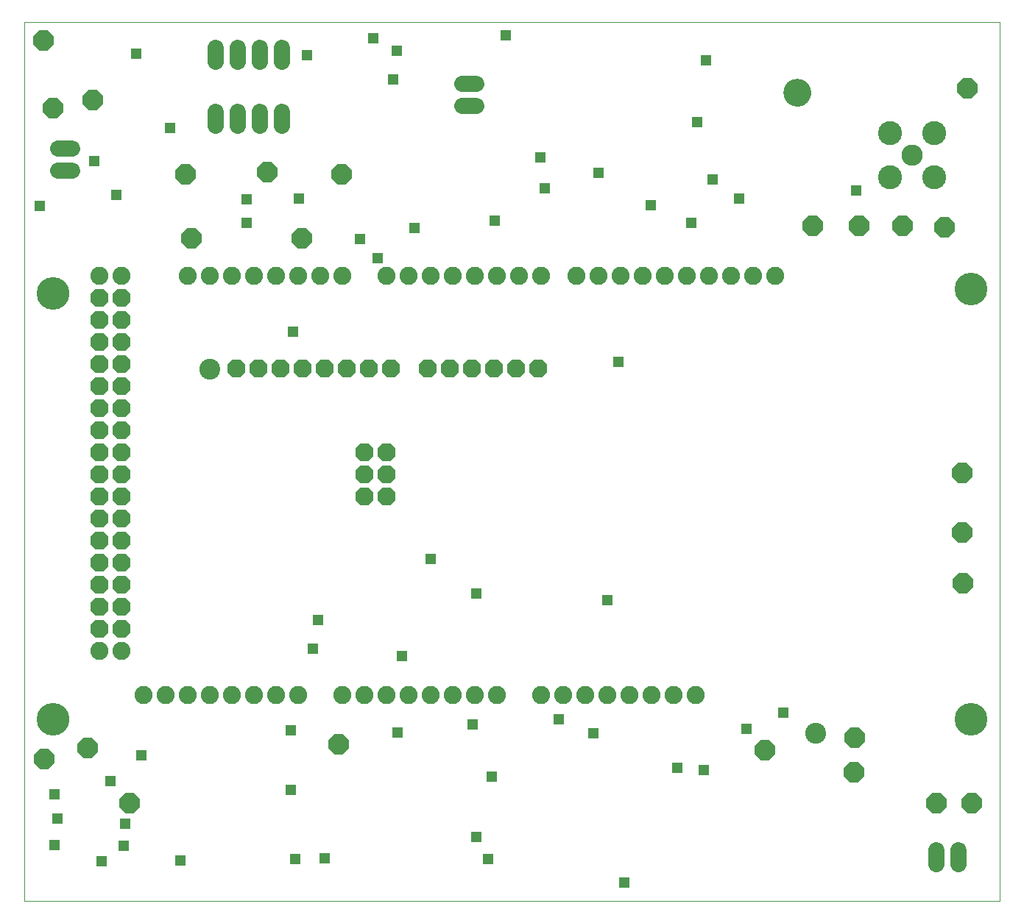
<source format=gbs>
G75*
%MOIN*%
%OFA0B0*%
%FSLAX25Y25*%
%IPPOS*%
%LPD*%
%AMOC8*
5,1,8,0,0,1.08239X$1,22.5*
%
%ADD10C,0.00000*%
%ADD11C,0.14800*%
%ADD12OC8,0.09300*%
%ADD13C,0.08200*%
%ADD14OC8,0.08200*%
%ADD15C,0.09461*%
%ADD16C,0.12611*%
%ADD17C,0.09650*%
%ADD18C,0.10850*%
%ADD19C,0.07200*%
%ADD20R,0.04762X0.04762*%
D10*
X0006800Y0006896D02*
X0006800Y0405396D01*
X0448300Y0405396D01*
X0448300Y0006896D01*
X0006800Y0006896D01*
X0012800Y0089396D02*
X0012802Y0089568D01*
X0012808Y0089739D01*
X0012819Y0089911D01*
X0012834Y0090082D01*
X0012853Y0090253D01*
X0012876Y0090423D01*
X0012903Y0090593D01*
X0012935Y0090762D01*
X0012970Y0090930D01*
X0013010Y0091097D01*
X0013054Y0091263D01*
X0013101Y0091428D01*
X0013153Y0091592D01*
X0013209Y0091754D01*
X0013269Y0091915D01*
X0013333Y0092075D01*
X0013401Y0092233D01*
X0013472Y0092389D01*
X0013547Y0092543D01*
X0013627Y0092696D01*
X0013709Y0092846D01*
X0013796Y0092995D01*
X0013886Y0093141D01*
X0013980Y0093285D01*
X0014077Y0093427D01*
X0014178Y0093566D01*
X0014282Y0093703D01*
X0014389Y0093837D01*
X0014500Y0093968D01*
X0014613Y0094097D01*
X0014730Y0094223D01*
X0014850Y0094346D01*
X0014973Y0094466D01*
X0015099Y0094583D01*
X0015228Y0094696D01*
X0015359Y0094807D01*
X0015493Y0094914D01*
X0015630Y0095018D01*
X0015769Y0095119D01*
X0015911Y0095216D01*
X0016055Y0095310D01*
X0016201Y0095400D01*
X0016350Y0095487D01*
X0016500Y0095569D01*
X0016653Y0095649D01*
X0016807Y0095724D01*
X0016963Y0095795D01*
X0017121Y0095863D01*
X0017281Y0095927D01*
X0017442Y0095987D01*
X0017604Y0096043D01*
X0017768Y0096095D01*
X0017933Y0096142D01*
X0018099Y0096186D01*
X0018266Y0096226D01*
X0018434Y0096261D01*
X0018603Y0096293D01*
X0018773Y0096320D01*
X0018943Y0096343D01*
X0019114Y0096362D01*
X0019285Y0096377D01*
X0019457Y0096388D01*
X0019628Y0096394D01*
X0019800Y0096396D01*
X0019972Y0096394D01*
X0020143Y0096388D01*
X0020315Y0096377D01*
X0020486Y0096362D01*
X0020657Y0096343D01*
X0020827Y0096320D01*
X0020997Y0096293D01*
X0021166Y0096261D01*
X0021334Y0096226D01*
X0021501Y0096186D01*
X0021667Y0096142D01*
X0021832Y0096095D01*
X0021996Y0096043D01*
X0022158Y0095987D01*
X0022319Y0095927D01*
X0022479Y0095863D01*
X0022637Y0095795D01*
X0022793Y0095724D01*
X0022947Y0095649D01*
X0023100Y0095569D01*
X0023250Y0095487D01*
X0023399Y0095400D01*
X0023545Y0095310D01*
X0023689Y0095216D01*
X0023831Y0095119D01*
X0023970Y0095018D01*
X0024107Y0094914D01*
X0024241Y0094807D01*
X0024372Y0094696D01*
X0024501Y0094583D01*
X0024627Y0094466D01*
X0024750Y0094346D01*
X0024870Y0094223D01*
X0024987Y0094097D01*
X0025100Y0093968D01*
X0025211Y0093837D01*
X0025318Y0093703D01*
X0025422Y0093566D01*
X0025523Y0093427D01*
X0025620Y0093285D01*
X0025714Y0093141D01*
X0025804Y0092995D01*
X0025891Y0092846D01*
X0025973Y0092696D01*
X0026053Y0092543D01*
X0026128Y0092389D01*
X0026199Y0092233D01*
X0026267Y0092075D01*
X0026331Y0091915D01*
X0026391Y0091754D01*
X0026447Y0091592D01*
X0026499Y0091428D01*
X0026546Y0091263D01*
X0026590Y0091097D01*
X0026630Y0090930D01*
X0026665Y0090762D01*
X0026697Y0090593D01*
X0026724Y0090423D01*
X0026747Y0090253D01*
X0026766Y0090082D01*
X0026781Y0089911D01*
X0026792Y0089739D01*
X0026798Y0089568D01*
X0026800Y0089396D01*
X0026798Y0089224D01*
X0026792Y0089053D01*
X0026781Y0088881D01*
X0026766Y0088710D01*
X0026747Y0088539D01*
X0026724Y0088369D01*
X0026697Y0088199D01*
X0026665Y0088030D01*
X0026630Y0087862D01*
X0026590Y0087695D01*
X0026546Y0087529D01*
X0026499Y0087364D01*
X0026447Y0087200D01*
X0026391Y0087038D01*
X0026331Y0086877D01*
X0026267Y0086717D01*
X0026199Y0086559D01*
X0026128Y0086403D01*
X0026053Y0086249D01*
X0025973Y0086096D01*
X0025891Y0085946D01*
X0025804Y0085797D01*
X0025714Y0085651D01*
X0025620Y0085507D01*
X0025523Y0085365D01*
X0025422Y0085226D01*
X0025318Y0085089D01*
X0025211Y0084955D01*
X0025100Y0084824D01*
X0024987Y0084695D01*
X0024870Y0084569D01*
X0024750Y0084446D01*
X0024627Y0084326D01*
X0024501Y0084209D01*
X0024372Y0084096D01*
X0024241Y0083985D01*
X0024107Y0083878D01*
X0023970Y0083774D01*
X0023831Y0083673D01*
X0023689Y0083576D01*
X0023545Y0083482D01*
X0023399Y0083392D01*
X0023250Y0083305D01*
X0023100Y0083223D01*
X0022947Y0083143D01*
X0022793Y0083068D01*
X0022637Y0082997D01*
X0022479Y0082929D01*
X0022319Y0082865D01*
X0022158Y0082805D01*
X0021996Y0082749D01*
X0021832Y0082697D01*
X0021667Y0082650D01*
X0021501Y0082606D01*
X0021334Y0082566D01*
X0021166Y0082531D01*
X0020997Y0082499D01*
X0020827Y0082472D01*
X0020657Y0082449D01*
X0020486Y0082430D01*
X0020315Y0082415D01*
X0020143Y0082404D01*
X0019972Y0082398D01*
X0019800Y0082396D01*
X0019628Y0082398D01*
X0019457Y0082404D01*
X0019285Y0082415D01*
X0019114Y0082430D01*
X0018943Y0082449D01*
X0018773Y0082472D01*
X0018603Y0082499D01*
X0018434Y0082531D01*
X0018266Y0082566D01*
X0018099Y0082606D01*
X0017933Y0082650D01*
X0017768Y0082697D01*
X0017604Y0082749D01*
X0017442Y0082805D01*
X0017281Y0082865D01*
X0017121Y0082929D01*
X0016963Y0082997D01*
X0016807Y0083068D01*
X0016653Y0083143D01*
X0016500Y0083223D01*
X0016350Y0083305D01*
X0016201Y0083392D01*
X0016055Y0083482D01*
X0015911Y0083576D01*
X0015769Y0083673D01*
X0015630Y0083774D01*
X0015493Y0083878D01*
X0015359Y0083985D01*
X0015228Y0084096D01*
X0015099Y0084209D01*
X0014973Y0084326D01*
X0014850Y0084446D01*
X0014730Y0084569D01*
X0014613Y0084695D01*
X0014500Y0084824D01*
X0014389Y0084955D01*
X0014282Y0085089D01*
X0014178Y0085226D01*
X0014077Y0085365D01*
X0013980Y0085507D01*
X0013886Y0085651D01*
X0013796Y0085797D01*
X0013709Y0085946D01*
X0013627Y0086096D01*
X0013547Y0086249D01*
X0013472Y0086403D01*
X0013401Y0086559D01*
X0013333Y0086717D01*
X0013269Y0086877D01*
X0013209Y0087038D01*
X0013153Y0087200D01*
X0013101Y0087364D01*
X0013054Y0087529D01*
X0013010Y0087695D01*
X0012970Y0087862D01*
X0012935Y0088030D01*
X0012903Y0088199D01*
X0012876Y0088369D01*
X0012853Y0088539D01*
X0012834Y0088710D01*
X0012819Y0088881D01*
X0012808Y0089053D01*
X0012802Y0089224D01*
X0012800Y0089396D01*
X0086312Y0247916D02*
X0086314Y0248047D01*
X0086320Y0248179D01*
X0086330Y0248310D01*
X0086344Y0248441D01*
X0086362Y0248571D01*
X0086384Y0248700D01*
X0086409Y0248829D01*
X0086439Y0248957D01*
X0086473Y0249084D01*
X0086510Y0249211D01*
X0086551Y0249335D01*
X0086596Y0249459D01*
X0086645Y0249581D01*
X0086697Y0249702D01*
X0086753Y0249820D01*
X0086813Y0249938D01*
X0086876Y0250053D01*
X0086943Y0250166D01*
X0087013Y0250278D01*
X0087086Y0250387D01*
X0087162Y0250493D01*
X0087242Y0250598D01*
X0087325Y0250700D01*
X0087411Y0250799D01*
X0087500Y0250896D01*
X0087592Y0250990D01*
X0087687Y0251081D01*
X0087784Y0251170D01*
X0087884Y0251255D01*
X0087987Y0251337D01*
X0088092Y0251416D01*
X0088199Y0251492D01*
X0088309Y0251564D01*
X0088421Y0251633D01*
X0088535Y0251699D01*
X0088650Y0251761D01*
X0088768Y0251820D01*
X0088887Y0251875D01*
X0089008Y0251927D01*
X0089131Y0251974D01*
X0089255Y0252018D01*
X0089380Y0252059D01*
X0089506Y0252095D01*
X0089634Y0252128D01*
X0089762Y0252156D01*
X0089891Y0252181D01*
X0090021Y0252202D01*
X0090151Y0252219D01*
X0090282Y0252232D01*
X0090413Y0252241D01*
X0090544Y0252246D01*
X0090676Y0252247D01*
X0090807Y0252244D01*
X0090939Y0252237D01*
X0091070Y0252226D01*
X0091200Y0252211D01*
X0091330Y0252192D01*
X0091460Y0252169D01*
X0091588Y0252143D01*
X0091716Y0252112D01*
X0091843Y0252077D01*
X0091969Y0252039D01*
X0092093Y0251997D01*
X0092217Y0251951D01*
X0092338Y0251901D01*
X0092458Y0251848D01*
X0092577Y0251791D01*
X0092694Y0251731D01*
X0092808Y0251667D01*
X0092921Y0251599D01*
X0093032Y0251528D01*
X0093141Y0251454D01*
X0093247Y0251377D01*
X0093351Y0251296D01*
X0093452Y0251213D01*
X0093551Y0251126D01*
X0093647Y0251036D01*
X0093740Y0250943D01*
X0093831Y0250848D01*
X0093918Y0250750D01*
X0094003Y0250649D01*
X0094084Y0250546D01*
X0094162Y0250440D01*
X0094237Y0250332D01*
X0094309Y0250222D01*
X0094377Y0250110D01*
X0094442Y0249996D01*
X0094503Y0249879D01*
X0094561Y0249761D01*
X0094615Y0249641D01*
X0094666Y0249520D01*
X0094713Y0249397D01*
X0094756Y0249273D01*
X0094795Y0249148D01*
X0094831Y0249021D01*
X0094862Y0248893D01*
X0094890Y0248765D01*
X0094914Y0248636D01*
X0094934Y0248506D01*
X0094950Y0248375D01*
X0094962Y0248244D01*
X0094970Y0248113D01*
X0094974Y0247982D01*
X0094974Y0247850D01*
X0094970Y0247719D01*
X0094962Y0247588D01*
X0094950Y0247457D01*
X0094934Y0247326D01*
X0094914Y0247196D01*
X0094890Y0247067D01*
X0094862Y0246939D01*
X0094831Y0246811D01*
X0094795Y0246684D01*
X0094756Y0246559D01*
X0094713Y0246435D01*
X0094666Y0246312D01*
X0094615Y0246191D01*
X0094561Y0246071D01*
X0094503Y0245953D01*
X0094442Y0245836D01*
X0094377Y0245722D01*
X0094309Y0245610D01*
X0094237Y0245500D01*
X0094162Y0245392D01*
X0094084Y0245286D01*
X0094003Y0245183D01*
X0093918Y0245082D01*
X0093831Y0244984D01*
X0093740Y0244889D01*
X0093647Y0244796D01*
X0093551Y0244706D01*
X0093452Y0244619D01*
X0093351Y0244536D01*
X0093247Y0244455D01*
X0093141Y0244378D01*
X0093032Y0244304D01*
X0092921Y0244233D01*
X0092809Y0244165D01*
X0092694Y0244101D01*
X0092577Y0244041D01*
X0092458Y0243984D01*
X0092338Y0243931D01*
X0092217Y0243881D01*
X0092093Y0243835D01*
X0091969Y0243793D01*
X0091843Y0243755D01*
X0091716Y0243720D01*
X0091588Y0243689D01*
X0091460Y0243663D01*
X0091330Y0243640D01*
X0091200Y0243621D01*
X0091070Y0243606D01*
X0090939Y0243595D01*
X0090807Y0243588D01*
X0090676Y0243585D01*
X0090544Y0243586D01*
X0090413Y0243591D01*
X0090282Y0243600D01*
X0090151Y0243613D01*
X0090021Y0243630D01*
X0089891Y0243651D01*
X0089762Y0243676D01*
X0089634Y0243704D01*
X0089506Y0243737D01*
X0089380Y0243773D01*
X0089255Y0243814D01*
X0089131Y0243858D01*
X0089008Y0243905D01*
X0088887Y0243957D01*
X0088768Y0244012D01*
X0088650Y0244071D01*
X0088535Y0244133D01*
X0088421Y0244199D01*
X0088309Y0244268D01*
X0088199Y0244340D01*
X0088092Y0244416D01*
X0087987Y0244495D01*
X0087884Y0244577D01*
X0087784Y0244662D01*
X0087687Y0244751D01*
X0087592Y0244842D01*
X0087500Y0244936D01*
X0087411Y0245033D01*
X0087325Y0245132D01*
X0087242Y0245234D01*
X0087162Y0245339D01*
X0087086Y0245445D01*
X0087013Y0245554D01*
X0086943Y0245666D01*
X0086876Y0245779D01*
X0086813Y0245894D01*
X0086753Y0246012D01*
X0086697Y0246130D01*
X0086645Y0246251D01*
X0086596Y0246373D01*
X0086551Y0246497D01*
X0086510Y0246621D01*
X0086473Y0246748D01*
X0086439Y0246875D01*
X0086409Y0247003D01*
X0086384Y0247132D01*
X0086362Y0247261D01*
X0086344Y0247391D01*
X0086330Y0247522D01*
X0086320Y0247653D01*
X0086314Y0247785D01*
X0086312Y0247916D01*
X0012800Y0282396D02*
X0012802Y0282568D01*
X0012808Y0282739D01*
X0012819Y0282911D01*
X0012834Y0283082D01*
X0012853Y0283253D01*
X0012876Y0283423D01*
X0012903Y0283593D01*
X0012935Y0283762D01*
X0012970Y0283930D01*
X0013010Y0284097D01*
X0013054Y0284263D01*
X0013101Y0284428D01*
X0013153Y0284592D01*
X0013209Y0284754D01*
X0013269Y0284915D01*
X0013333Y0285075D01*
X0013401Y0285233D01*
X0013472Y0285389D01*
X0013547Y0285543D01*
X0013627Y0285696D01*
X0013709Y0285846D01*
X0013796Y0285995D01*
X0013886Y0286141D01*
X0013980Y0286285D01*
X0014077Y0286427D01*
X0014178Y0286566D01*
X0014282Y0286703D01*
X0014389Y0286837D01*
X0014500Y0286968D01*
X0014613Y0287097D01*
X0014730Y0287223D01*
X0014850Y0287346D01*
X0014973Y0287466D01*
X0015099Y0287583D01*
X0015228Y0287696D01*
X0015359Y0287807D01*
X0015493Y0287914D01*
X0015630Y0288018D01*
X0015769Y0288119D01*
X0015911Y0288216D01*
X0016055Y0288310D01*
X0016201Y0288400D01*
X0016350Y0288487D01*
X0016500Y0288569D01*
X0016653Y0288649D01*
X0016807Y0288724D01*
X0016963Y0288795D01*
X0017121Y0288863D01*
X0017281Y0288927D01*
X0017442Y0288987D01*
X0017604Y0289043D01*
X0017768Y0289095D01*
X0017933Y0289142D01*
X0018099Y0289186D01*
X0018266Y0289226D01*
X0018434Y0289261D01*
X0018603Y0289293D01*
X0018773Y0289320D01*
X0018943Y0289343D01*
X0019114Y0289362D01*
X0019285Y0289377D01*
X0019457Y0289388D01*
X0019628Y0289394D01*
X0019800Y0289396D01*
X0019972Y0289394D01*
X0020143Y0289388D01*
X0020315Y0289377D01*
X0020486Y0289362D01*
X0020657Y0289343D01*
X0020827Y0289320D01*
X0020997Y0289293D01*
X0021166Y0289261D01*
X0021334Y0289226D01*
X0021501Y0289186D01*
X0021667Y0289142D01*
X0021832Y0289095D01*
X0021996Y0289043D01*
X0022158Y0288987D01*
X0022319Y0288927D01*
X0022479Y0288863D01*
X0022637Y0288795D01*
X0022793Y0288724D01*
X0022947Y0288649D01*
X0023100Y0288569D01*
X0023250Y0288487D01*
X0023399Y0288400D01*
X0023545Y0288310D01*
X0023689Y0288216D01*
X0023831Y0288119D01*
X0023970Y0288018D01*
X0024107Y0287914D01*
X0024241Y0287807D01*
X0024372Y0287696D01*
X0024501Y0287583D01*
X0024627Y0287466D01*
X0024750Y0287346D01*
X0024870Y0287223D01*
X0024987Y0287097D01*
X0025100Y0286968D01*
X0025211Y0286837D01*
X0025318Y0286703D01*
X0025422Y0286566D01*
X0025523Y0286427D01*
X0025620Y0286285D01*
X0025714Y0286141D01*
X0025804Y0285995D01*
X0025891Y0285846D01*
X0025973Y0285696D01*
X0026053Y0285543D01*
X0026128Y0285389D01*
X0026199Y0285233D01*
X0026267Y0285075D01*
X0026331Y0284915D01*
X0026391Y0284754D01*
X0026447Y0284592D01*
X0026499Y0284428D01*
X0026546Y0284263D01*
X0026590Y0284097D01*
X0026630Y0283930D01*
X0026665Y0283762D01*
X0026697Y0283593D01*
X0026724Y0283423D01*
X0026747Y0283253D01*
X0026766Y0283082D01*
X0026781Y0282911D01*
X0026792Y0282739D01*
X0026798Y0282568D01*
X0026800Y0282396D01*
X0026798Y0282224D01*
X0026792Y0282053D01*
X0026781Y0281881D01*
X0026766Y0281710D01*
X0026747Y0281539D01*
X0026724Y0281369D01*
X0026697Y0281199D01*
X0026665Y0281030D01*
X0026630Y0280862D01*
X0026590Y0280695D01*
X0026546Y0280529D01*
X0026499Y0280364D01*
X0026447Y0280200D01*
X0026391Y0280038D01*
X0026331Y0279877D01*
X0026267Y0279717D01*
X0026199Y0279559D01*
X0026128Y0279403D01*
X0026053Y0279249D01*
X0025973Y0279096D01*
X0025891Y0278946D01*
X0025804Y0278797D01*
X0025714Y0278651D01*
X0025620Y0278507D01*
X0025523Y0278365D01*
X0025422Y0278226D01*
X0025318Y0278089D01*
X0025211Y0277955D01*
X0025100Y0277824D01*
X0024987Y0277695D01*
X0024870Y0277569D01*
X0024750Y0277446D01*
X0024627Y0277326D01*
X0024501Y0277209D01*
X0024372Y0277096D01*
X0024241Y0276985D01*
X0024107Y0276878D01*
X0023970Y0276774D01*
X0023831Y0276673D01*
X0023689Y0276576D01*
X0023545Y0276482D01*
X0023399Y0276392D01*
X0023250Y0276305D01*
X0023100Y0276223D01*
X0022947Y0276143D01*
X0022793Y0276068D01*
X0022637Y0275997D01*
X0022479Y0275929D01*
X0022319Y0275865D01*
X0022158Y0275805D01*
X0021996Y0275749D01*
X0021832Y0275697D01*
X0021667Y0275650D01*
X0021501Y0275606D01*
X0021334Y0275566D01*
X0021166Y0275531D01*
X0020997Y0275499D01*
X0020827Y0275472D01*
X0020657Y0275449D01*
X0020486Y0275430D01*
X0020315Y0275415D01*
X0020143Y0275404D01*
X0019972Y0275398D01*
X0019800Y0275396D01*
X0019628Y0275398D01*
X0019457Y0275404D01*
X0019285Y0275415D01*
X0019114Y0275430D01*
X0018943Y0275449D01*
X0018773Y0275472D01*
X0018603Y0275499D01*
X0018434Y0275531D01*
X0018266Y0275566D01*
X0018099Y0275606D01*
X0017933Y0275650D01*
X0017768Y0275697D01*
X0017604Y0275749D01*
X0017442Y0275805D01*
X0017281Y0275865D01*
X0017121Y0275929D01*
X0016963Y0275997D01*
X0016807Y0276068D01*
X0016653Y0276143D01*
X0016500Y0276223D01*
X0016350Y0276305D01*
X0016201Y0276392D01*
X0016055Y0276482D01*
X0015911Y0276576D01*
X0015769Y0276673D01*
X0015630Y0276774D01*
X0015493Y0276878D01*
X0015359Y0276985D01*
X0015228Y0277096D01*
X0015099Y0277209D01*
X0014973Y0277326D01*
X0014850Y0277446D01*
X0014730Y0277569D01*
X0014613Y0277695D01*
X0014500Y0277824D01*
X0014389Y0277955D01*
X0014282Y0278089D01*
X0014178Y0278226D01*
X0014077Y0278365D01*
X0013980Y0278507D01*
X0013886Y0278651D01*
X0013796Y0278797D01*
X0013709Y0278946D01*
X0013627Y0279096D01*
X0013547Y0279249D01*
X0013472Y0279403D01*
X0013401Y0279559D01*
X0013333Y0279717D01*
X0013269Y0279877D01*
X0013209Y0280038D01*
X0013153Y0280200D01*
X0013101Y0280364D01*
X0013054Y0280529D01*
X0013010Y0280695D01*
X0012970Y0280862D01*
X0012935Y0281030D01*
X0012903Y0281199D01*
X0012876Y0281369D01*
X0012853Y0281539D01*
X0012834Y0281710D01*
X0012819Y0281881D01*
X0012808Y0282053D01*
X0012802Y0282224D01*
X0012800Y0282396D01*
X0350863Y0373243D02*
X0350865Y0373396D01*
X0350871Y0373550D01*
X0350881Y0373703D01*
X0350895Y0373855D01*
X0350913Y0374008D01*
X0350935Y0374159D01*
X0350960Y0374310D01*
X0350990Y0374461D01*
X0351024Y0374611D01*
X0351061Y0374759D01*
X0351102Y0374907D01*
X0351147Y0375053D01*
X0351196Y0375199D01*
X0351249Y0375343D01*
X0351305Y0375485D01*
X0351365Y0375626D01*
X0351429Y0375766D01*
X0351496Y0375904D01*
X0351567Y0376040D01*
X0351642Y0376174D01*
X0351719Y0376306D01*
X0351801Y0376436D01*
X0351885Y0376564D01*
X0351973Y0376690D01*
X0352064Y0376813D01*
X0352158Y0376934D01*
X0352256Y0377052D01*
X0352356Y0377168D01*
X0352460Y0377281D01*
X0352566Y0377392D01*
X0352675Y0377500D01*
X0352787Y0377605D01*
X0352901Y0377706D01*
X0353019Y0377805D01*
X0353138Y0377901D01*
X0353260Y0377994D01*
X0353385Y0378083D01*
X0353512Y0378170D01*
X0353641Y0378252D01*
X0353772Y0378332D01*
X0353905Y0378408D01*
X0354040Y0378481D01*
X0354177Y0378550D01*
X0354316Y0378615D01*
X0354456Y0378677D01*
X0354598Y0378735D01*
X0354741Y0378790D01*
X0354886Y0378841D01*
X0355032Y0378888D01*
X0355179Y0378931D01*
X0355327Y0378970D01*
X0355476Y0379006D01*
X0355626Y0379037D01*
X0355777Y0379065D01*
X0355928Y0379089D01*
X0356081Y0379109D01*
X0356233Y0379125D01*
X0356386Y0379137D01*
X0356539Y0379145D01*
X0356692Y0379149D01*
X0356846Y0379149D01*
X0356999Y0379145D01*
X0357152Y0379137D01*
X0357305Y0379125D01*
X0357457Y0379109D01*
X0357610Y0379089D01*
X0357761Y0379065D01*
X0357912Y0379037D01*
X0358062Y0379006D01*
X0358211Y0378970D01*
X0358359Y0378931D01*
X0358506Y0378888D01*
X0358652Y0378841D01*
X0358797Y0378790D01*
X0358940Y0378735D01*
X0359082Y0378677D01*
X0359222Y0378615D01*
X0359361Y0378550D01*
X0359498Y0378481D01*
X0359633Y0378408D01*
X0359766Y0378332D01*
X0359897Y0378252D01*
X0360026Y0378170D01*
X0360153Y0378083D01*
X0360278Y0377994D01*
X0360400Y0377901D01*
X0360519Y0377805D01*
X0360637Y0377706D01*
X0360751Y0377605D01*
X0360863Y0377500D01*
X0360972Y0377392D01*
X0361078Y0377281D01*
X0361182Y0377168D01*
X0361282Y0377052D01*
X0361380Y0376934D01*
X0361474Y0376813D01*
X0361565Y0376690D01*
X0361653Y0376564D01*
X0361737Y0376436D01*
X0361819Y0376306D01*
X0361896Y0376174D01*
X0361971Y0376040D01*
X0362042Y0375904D01*
X0362109Y0375766D01*
X0362173Y0375626D01*
X0362233Y0375485D01*
X0362289Y0375343D01*
X0362342Y0375199D01*
X0362391Y0375053D01*
X0362436Y0374907D01*
X0362477Y0374759D01*
X0362514Y0374611D01*
X0362548Y0374461D01*
X0362578Y0374310D01*
X0362603Y0374159D01*
X0362625Y0374008D01*
X0362643Y0373855D01*
X0362657Y0373703D01*
X0362667Y0373550D01*
X0362673Y0373396D01*
X0362675Y0373243D01*
X0362673Y0373090D01*
X0362667Y0372936D01*
X0362657Y0372783D01*
X0362643Y0372631D01*
X0362625Y0372478D01*
X0362603Y0372327D01*
X0362578Y0372176D01*
X0362548Y0372025D01*
X0362514Y0371875D01*
X0362477Y0371727D01*
X0362436Y0371579D01*
X0362391Y0371433D01*
X0362342Y0371287D01*
X0362289Y0371143D01*
X0362233Y0371001D01*
X0362173Y0370860D01*
X0362109Y0370720D01*
X0362042Y0370582D01*
X0361971Y0370446D01*
X0361896Y0370312D01*
X0361819Y0370180D01*
X0361737Y0370050D01*
X0361653Y0369922D01*
X0361565Y0369796D01*
X0361474Y0369673D01*
X0361380Y0369552D01*
X0361282Y0369434D01*
X0361182Y0369318D01*
X0361078Y0369205D01*
X0360972Y0369094D01*
X0360863Y0368986D01*
X0360751Y0368881D01*
X0360637Y0368780D01*
X0360519Y0368681D01*
X0360400Y0368585D01*
X0360278Y0368492D01*
X0360153Y0368403D01*
X0360026Y0368316D01*
X0359897Y0368234D01*
X0359766Y0368154D01*
X0359633Y0368078D01*
X0359498Y0368005D01*
X0359361Y0367936D01*
X0359222Y0367871D01*
X0359082Y0367809D01*
X0358940Y0367751D01*
X0358797Y0367696D01*
X0358652Y0367645D01*
X0358506Y0367598D01*
X0358359Y0367555D01*
X0358211Y0367516D01*
X0358062Y0367480D01*
X0357912Y0367449D01*
X0357761Y0367421D01*
X0357610Y0367397D01*
X0357457Y0367377D01*
X0357305Y0367361D01*
X0357152Y0367349D01*
X0356999Y0367341D01*
X0356846Y0367337D01*
X0356692Y0367337D01*
X0356539Y0367341D01*
X0356386Y0367349D01*
X0356233Y0367361D01*
X0356081Y0367377D01*
X0355928Y0367397D01*
X0355777Y0367421D01*
X0355626Y0367449D01*
X0355476Y0367480D01*
X0355327Y0367516D01*
X0355179Y0367555D01*
X0355032Y0367598D01*
X0354886Y0367645D01*
X0354741Y0367696D01*
X0354598Y0367751D01*
X0354456Y0367809D01*
X0354316Y0367871D01*
X0354177Y0367936D01*
X0354040Y0368005D01*
X0353905Y0368078D01*
X0353772Y0368154D01*
X0353641Y0368234D01*
X0353512Y0368316D01*
X0353385Y0368403D01*
X0353260Y0368492D01*
X0353138Y0368585D01*
X0353019Y0368681D01*
X0352901Y0368780D01*
X0352787Y0368881D01*
X0352675Y0368986D01*
X0352566Y0369094D01*
X0352460Y0369205D01*
X0352356Y0369318D01*
X0352256Y0369434D01*
X0352158Y0369552D01*
X0352064Y0369673D01*
X0351973Y0369796D01*
X0351885Y0369922D01*
X0351801Y0370050D01*
X0351719Y0370180D01*
X0351642Y0370312D01*
X0351567Y0370446D01*
X0351496Y0370582D01*
X0351429Y0370720D01*
X0351365Y0370860D01*
X0351305Y0371001D01*
X0351249Y0371143D01*
X0351196Y0371287D01*
X0351147Y0371433D01*
X0351102Y0371579D01*
X0351061Y0371727D01*
X0351024Y0371875D01*
X0350990Y0372025D01*
X0350960Y0372176D01*
X0350935Y0372327D01*
X0350913Y0372478D01*
X0350895Y0372631D01*
X0350881Y0372783D01*
X0350871Y0372936D01*
X0350865Y0373090D01*
X0350863Y0373243D01*
X0428300Y0284396D02*
X0428302Y0284568D01*
X0428308Y0284739D01*
X0428319Y0284911D01*
X0428334Y0285082D01*
X0428353Y0285253D01*
X0428376Y0285423D01*
X0428403Y0285593D01*
X0428435Y0285762D01*
X0428470Y0285930D01*
X0428510Y0286097D01*
X0428554Y0286263D01*
X0428601Y0286428D01*
X0428653Y0286592D01*
X0428709Y0286754D01*
X0428769Y0286915D01*
X0428833Y0287075D01*
X0428901Y0287233D01*
X0428972Y0287389D01*
X0429047Y0287543D01*
X0429127Y0287696D01*
X0429209Y0287846D01*
X0429296Y0287995D01*
X0429386Y0288141D01*
X0429480Y0288285D01*
X0429577Y0288427D01*
X0429678Y0288566D01*
X0429782Y0288703D01*
X0429889Y0288837D01*
X0430000Y0288968D01*
X0430113Y0289097D01*
X0430230Y0289223D01*
X0430350Y0289346D01*
X0430473Y0289466D01*
X0430599Y0289583D01*
X0430728Y0289696D01*
X0430859Y0289807D01*
X0430993Y0289914D01*
X0431130Y0290018D01*
X0431269Y0290119D01*
X0431411Y0290216D01*
X0431555Y0290310D01*
X0431701Y0290400D01*
X0431850Y0290487D01*
X0432000Y0290569D01*
X0432153Y0290649D01*
X0432307Y0290724D01*
X0432463Y0290795D01*
X0432621Y0290863D01*
X0432781Y0290927D01*
X0432942Y0290987D01*
X0433104Y0291043D01*
X0433268Y0291095D01*
X0433433Y0291142D01*
X0433599Y0291186D01*
X0433766Y0291226D01*
X0433934Y0291261D01*
X0434103Y0291293D01*
X0434273Y0291320D01*
X0434443Y0291343D01*
X0434614Y0291362D01*
X0434785Y0291377D01*
X0434957Y0291388D01*
X0435128Y0291394D01*
X0435300Y0291396D01*
X0435472Y0291394D01*
X0435643Y0291388D01*
X0435815Y0291377D01*
X0435986Y0291362D01*
X0436157Y0291343D01*
X0436327Y0291320D01*
X0436497Y0291293D01*
X0436666Y0291261D01*
X0436834Y0291226D01*
X0437001Y0291186D01*
X0437167Y0291142D01*
X0437332Y0291095D01*
X0437496Y0291043D01*
X0437658Y0290987D01*
X0437819Y0290927D01*
X0437979Y0290863D01*
X0438137Y0290795D01*
X0438293Y0290724D01*
X0438447Y0290649D01*
X0438600Y0290569D01*
X0438750Y0290487D01*
X0438899Y0290400D01*
X0439045Y0290310D01*
X0439189Y0290216D01*
X0439331Y0290119D01*
X0439470Y0290018D01*
X0439607Y0289914D01*
X0439741Y0289807D01*
X0439872Y0289696D01*
X0440001Y0289583D01*
X0440127Y0289466D01*
X0440250Y0289346D01*
X0440370Y0289223D01*
X0440487Y0289097D01*
X0440600Y0288968D01*
X0440711Y0288837D01*
X0440818Y0288703D01*
X0440922Y0288566D01*
X0441023Y0288427D01*
X0441120Y0288285D01*
X0441214Y0288141D01*
X0441304Y0287995D01*
X0441391Y0287846D01*
X0441473Y0287696D01*
X0441553Y0287543D01*
X0441628Y0287389D01*
X0441699Y0287233D01*
X0441767Y0287075D01*
X0441831Y0286915D01*
X0441891Y0286754D01*
X0441947Y0286592D01*
X0441999Y0286428D01*
X0442046Y0286263D01*
X0442090Y0286097D01*
X0442130Y0285930D01*
X0442165Y0285762D01*
X0442197Y0285593D01*
X0442224Y0285423D01*
X0442247Y0285253D01*
X0442266Y0285082D01*
X0442281Y0284911D01*
X0442292Y0284739D01*
X0442298Y0284568D01*
X0442300Y0284396D01*
X0442298Y0284224D01*
X0442292Y0284053D01*
X0442281Y0283881D01*
X0442266Y0283710D01*
X0442247Y0283539D01*
X0442224Y0283369D01*
X0442197Y0283199D01*
X0442165Y0283030D01*
X0442130Y0282862D01*
X0442090Y0282695D01*
X0442046Y0282529D01*
X0441999Y0282364D01*
X0441947Y0282200D01*
X0441891Y0282038D01*
X0441831Y0281877D01*
X0441767Y0281717D01*
X0441699Y0281559D01*
X0441628Y0281403D01*
X0441553Y0281249D01*
X0441473Y0281096D01*
X0441391Y0280946D01*
X0441304Y0280797D01*
X0441214Y0280651D01*
X0441120Y0280507D01*
X0441023Y0280365D01*
X0440922Y0280226D01*
X0440818Y0280089D01*
X0440711Y0279955D01*
X0440600Y0279824D01*
X0440487Y0279695D01*
X0440370Y0279569D01*
X0440250Y0279446D01*
X0440127Y0279326D01*
X0440001Y0279209D01*
X0439872Y0279096D01*
X0439741Y0278985D01*
X0439607Y0278878D01*
X0439470Y0278774D01*
X0439331Y0278673D01*
X0439189Y0278576D01*
X0439045Y0278482D01*
X0438899Y0278392D01*
X0438750Y0278305D01*
X0438600Y0278223D01*
X0438447Y0278143D01*
X0438293Y0278068D01*
X0438137Y0277997D01*
X0437979Y0277929D01*
X0437819Y0277865D01*
X0437658Y0277805D01*
X0437496Y0277749D01*
X0437332Y0277697D01*
X0437167Y0277650D01*
X0437001Y0277606D01*
X0436834Y0277566D01*
X0436666Y0277531D01*
X0436497Y0277499D01*
X0436327Y0277472D01*
X0436157Y0277449D01*
X0435986Y0277430D01*
X0435815Y0277415D01*
X0435643Y0277404D01*
X0435472Y0277398D01*
X0435300Y0277396D01*
X0435128Y0277398D01*
X0434957Y0277404D01*
X0434785Y0277415D01*
X0434614Y0277430D01*
X0434443Y0277449D01*
X0434273Y0277472D01*
X0434103Y0277499D01*
X0433934Y0277531D01*
X0433766Y0277566D01*
X0433599Y0277606D01*
X0433433Y0277650D01*
X0433268Y0277697D01*
X0433104Y0277749D01*
X0432942Y0277805D01*
X0432781Y0277865D01*
X0432621Y0277929D01*
X0432463Y0277997D01*
X0432307Y0278068D01*
X0432153Y0278143D01*
X0432000Y0278223D01*
X0431850Y0278305D01*
X0431701Y0278392D01*
X0431555Y0278482D01*
X0431411Y0278576D01*
X0431269Y0278673D01*
X0431130Y0278774D01*
X0430993Y0278878D01*
X0430859Y0278985D01*
X0430728Y0279096D01*
X0430599Y0279209D01*
X0430473Y0279326D01*
X0430350Y0279446D01*
X0430230Y0279569D01*
X0430113Y0279695D01*
X0430000Y0279824D01*
X0429889Y0279955D01*
X0429782Y0280089D01*
X0429678Y0280226D01*
X0429577Y0280365D01*
X0429480Y0280507D01*
X0429386Y0280651D01*
X0429296Y0280797D01*
X0429209Y0280946D01*
X0429127Y0281096D01*
X0429047Y0281249D01*
X0428972Y0281403D01*
X0428901Y0281559D01*
X0428833Y0281717D01*
X0428769Y0281877D01*
X0428709Y0282038D01*
X0428653Y0282200D01*
X0428601Y0282364D01*
X0428554Y0282529D01*
X0428510Y0282695D01*
X0428470Y0282862D01*
X0428435Y0283030D01*
X0428403Y0283199D01*
X0428376Y0283369D01*
X0428353Y0283539D01*
X0428334Y0283710D01*
X0428319Y0283881D01*
X0428308Y0284053D01*
X0428302Y0284224D01*
X0428300Y0284396D01*
X0428300Y0089396D02*
X0428302Y0089568D01*
X0428308Y0089739D01*
X0428319Y0089911D01*
X0428334Y0090082D01*
X0428353Y0090253D01*
X0428376Y0090423D01*
X0428403Y0090593D01*
X0428435Y0090762D01*
X0428470Y0090930D01*
X0428510Y0091097D01*
X0428554Y0091263D01*
X0428601Y0091428D01*
X0428653Y0091592D01*
X0428709Y0091754D01*
X0428769Y0091915D01*
X0428833Y0092075D01*
X0428901Y0092233D01*
X0428972Y0092389D01*
X0429047Y0092543D01*
X0429127Y0092696D01*
X0429209Y0092846D01*
X0429296Y0092995D01*
X0429386Y0093141D01*
X0429480Y0093285D01*
X0429577Y0093427D01*
X0429678Y0093566D01*
X0429782Y0093703D01*
X0429889Y0093837D01*
X0430000Y0093968D01*
X0430113Y0094097D01*
X0430230Y0094223D01*
X0430350Y0094346D01*
X0430473Y0094466D01*
X0430599Y0094583D01*
X0430728Y0094696D01*
X0430859Y0094807D01*
X0430993Y0094914D01*
X0431130Y0095018D01*
X0431269Y0095119D01*
X0431411Y0095216D01*
X0431555Y0095310D01*
X0431701Y0095400D01*
X0431850Y0095487D01*
X0432000Y0095569D01*
X0432153Y0095649D01*
X0432307Y0095724D01*
X0432463Y0095795D01*
X0432621Y0095863D01*
X0432781Y0095927D01*
X0432942Y0095987D01*
X0433104Y0096043D01*
X0433268Y0096095D01*
X0433433Y0096142D01*
X0433599Y0096186D01*
X0433766Y0096226D01*
X0433934Y0096261D01*
X0434103Y0096293D01*
X0434273Y0096320D01*
X0434443Y0096343D01*
X0434614Y0096362D01*
X0434785Y0096377D01*
X0434957Y0096388D01*
X0435128Y0096394D01*
X0435300Y0096396D01*
X0435472Y0096394D01*
X0435643Y0096388D01*
X0435815Y0096377D01*
X0435986Y0096362D01*
X0436157Y0096343D01*
X0436327Y0096320D01*
X0436497Y0096293D01*
X0436666Y0096261D01*
X0436834Y0096226D01*
X0437001Y0096186D01*
X0437167Y0096142D01*
X0437332Y0096095D01*
X0437496Y0096043D01*
X0437658Y0095987D01*
X0437819Y0095927D01*
X0437979Y0095863D01*
X0438137Y0095795D01*
X0438293Y0095724D01*
X0438447Y0095649D01*
X0438600Y0095569D01*
X0438750Y0095487D01*
X0438899Y0095400D01*
X0439045Y0095310D01*
X0439189Y0095216D01*
X0439331Y0095119D01*
X0439470Y0095018D01*
X0439607Y0094914D01*
X0439741Y0094807D01*
X0439872Y0094696D01*
X0440001Y0094583D01*
X0440127Y0094466D01*
X0440250Y0094346D01*
X0440370Y0094223D01*
X0440487Y0094097D01*
X0440600Y0093968D01*
X0440711Y0093837D01*
X0440818Y0093703D01*
X0440922Y0093566D01*
X0441023Y0093427D01*
X0441120Y0093285D01*
X0441214Y0093141D01*
X0441304Y0092995D01*
X0441391Y0092846D01*
X0441473Y0092696D01*
X0441553Y0092543D01*
X0441628Y0092389D01*
X0441699Y0092233D01*
X0441767Y0092075D01*
X0441831Y0091915D01*
X0441891Y0091754D01*
X0441947Y0091592D01*
X0441999Y0091428D01*
X0442046Y0091263D01*
X0442090Y0091097D01*
X0442130Y0090930D01*
X0442165Y0090762D01*
X0442197Y0090593D01*
X0442224Y0090423D01*
X0442247Y0090253D01*
X0442266Y0090082D01*
X0442281Y0089911D01*
X0442292Y0089739D01*
X0442298Y0089568D01*
X0442300Y0089396D01*
X0442298Y0089224D01*
X0442292Y0089053D01*
X0442281Y0088881D01*
X0442266Y0088710D01*
X0442247Y0088539D01*
X0442224Y0088369D01*
X0442197Y0088199D01*
X0442165Y0088030D01*
X0442130Y0087862D01*
X0442090Y0087695D01*
X0442046Y0087529D01*
X0441999Y0087364D01*
X0441947Y0087200D01*
X0441891Y0087038D01*
X0441831Y0086877D01*
X0441767Y0086717D01*
X0441699Y0086559D01*
X0441628Y0086403D01*
X0441553Y0086249D01*
X0441473Y0086096D01*
X0441391Y0085946D01*
X0441304Y0085797D01*
X0441214Y0085651D01*
X0441120Y0085507D01*
X0441023Y0085365D01*
X0440922Y0085226D01*
X0440818Y0085089D01*
X0440711Y0084955D01*
X0440600Y0084824D01*
X0440487Y0084695D01*
X0440370Y0084569D01*
X0440250Y0084446D01*
X0440127Y0084326D01*
X0440001Y0084209D01*
X0439872Y0084096D01*
X0439741Y0083985D01*
X0439607Y0083878D01*
X0439470Y0083774D01*
X0439331Y0083673D01*
X0439189Y0083576D01*
X0439045Y0083482D01*
X0438899Y0083392D01*
X0438750Y0083305D01*
X0438600Y0083223D01*
X0438447Y0083143D01*
X0438293Y0083068D01*
X0438137Y0082997D01*
X0437979Y0082929D01*
X0437819Y0082865D01*
X0437658Y0082805D01*
X0437496Y0082749D01*
X0437332Y0082697D01*
X0437167Y0082650D01*
X0437001Y0082606D01*
X0436834Y0082566D01*
X0436666Y0082531D01*
X0436497Y0082499D01*
X0436327Y0082472D01*
X0436157Y0082449D01*
X0435986Y0082430D01*
X0435815Y0082415D01*
X0435643Y0082404D01*
X0435472Y0082398D01*
X0435300Y0082396D01*
X0435128Y0082398D01*
X0434957Y0082404D01*
X0434785Y0082415D01*
X0434614Y0082430D01*
X0434443Y0082449D01*
X0434273Y0082472D01*
X0434103Y0082499D01*
X0433934Y0082531D01*
X0433766Y0082566D01*
X0433599Y0082606D01*
X0433433Y0082650D01*
X0433268Y0082697D01*
X0433104Y0082749D01*
X0432942Y0082805D01*
X0432781Y0082865D01*
X0432621Y0082929D01*
X0432463Y0082997D01*
X0432307Y0083068D01*
X0432153Y0083143D01*
X0432000Y0083223D01*
X0431850Y0083305D01*
X0431701Y0083392D01*
X0431555Y0083482D01*
X0431411Y0083576D01*
X0431269Y0083673D01*
X0431130Y0083774D01*
X0430993Y0083878D01*
X0430859Y0083985D01*
X0430728Y0084096D01*
X0430599Y0084209D01*
X0430473Y0084326D01*
X0430350Y0084446D01*
X0430230Y0084569D01*
X0430113Y0084695D01*
X0430000Y0084824D01*
X0429889Y0084955D01*
X0429782Y0085089D01*
X0429678Y0085226D01*
X0429577Y0085365D01*
X0429480Y0085507D01*
X0429386Y0085651D01*
X0429296Y0085797D01*
X0429209Y0085946D01*
X0429127Y0086096D01*
X0429047Y0086249D01*
X0428972Y0086403D01*
X0428901Y0086559D01*
X0428833Y0086717D01*
X0428769Y0086877D01*
X0428709Y0087038D01*
X0428653Y0087200D01*
X0428601Y0087364D01*
X0428554Y0087529D01*
X0428510Y0087695D01*
X0428470Y0087862D01*
X0428435Y0088030D01*
X0428403Y0088199D01*
X0428376Y0088369D01*
X0428353Y0088539D01*
X0428334Y0088710D01*
X0428319Y0088881D01*
X0428308Y0089053D01*
X0428302Y0089224D01*
X0428300Y0089396D01*
X0360721Y0082955D02*
X0360723Y0083086D01*
X0360729Y0083218D01*
X0360739Y0083349D01*
X0360753Y0083480D01*
X0360771Y0083610D01*
X0360793Y0083739D01*
X0360818Y0083868D01*
X0360848Y0083996D01*
X0360882Y0084123D01*
X0360919Y0084250D01*
X0360960Y0084374D01*
X0361005Y0084498D01*
X0361054Y0084620D01*
X0361106Y0084741D01*
X0361162Y0084859D01*
X0361222Y0084977D01*
X0361285Y0085092D01*
X0361352Y0085205D01*
X0361422Y0085317D01*
X0361495Y0085426D01*
X0361571Y0085532D01*
X0361651Y0085637D01*
X0361734Y0085739D01*
X0361820Y0085838D01*
X0361909Y0085935D01*
X0362001Y0086029D01*
X0362096Y0086120D01*
X0362193Y0086209D01*
X0362293Y0086294D01*
X0362396Y0086376D01*
X0362501Y0086455D01*
X0362608Y0086531D01*
X0362718Y0086603D01*
X0362830Y0086672D01*
X0362944Y0086738D01*
X0363059Y0086800D01*
X0363177Y0086859D01*
X0363296Y0086914D01*
X0363417Y0086966D01*
X0363540Y0087013D01*
X0363664Y0087057D01*
X0363789Y0087098D01*
X0363915Y0087134D01*
X0364043Y0087167D01*
X0364171Y0087195D01*
X0364300Y0087220D01*
X0364430Y0087241D01*
X0364560Y0087258D01*
X0364691Y0087271D01*
X0364822Y0087280D01*
X0364953Y0087285D01*
X0365085Y0087286D01*
X0365216Y0087283D01*
X0365348Y0087276D01*
X0365479Y0087265D01*
X0365609Y0087250D01*
X0365739Y0087231D01*
X0365869Y0087208D01*
X0365997Y0087182D01*
X0366125Y0087151D01*
X0366252Y0087116D01*
X0366378Y0087078D01*
X0366502Y0087036D01*
X0366626Y0086990D01*
X0366747Y0086940D01*
X0366867Y0086887D01*
X0366986Y0086830D01*
X0367103Y0086770D01*
X0367217Y0086706D01*
X0367330Y0086638D01*
X0367441Y0086567D01*
X0367550Y0086493D01*
X0367656Y0086416D01*
X0367760Y0086335D01*
X0367861Y0086252D01*
X0367960Y0086165D01*
X0368056Y0086075D01*
X0368149Y0085982D01*
X0368240Y0085887D01*
X0368327Y0085789D01*
X0368412Y0085688D01*
X0368493Y0085585D01*
X0368571Y0085479D01*
X0368646Y0085371D01*
X0368718Y0085261D01*
X0368786Y0085149D01*
X0368851Y0085035D01*
X0368912Y0084918D01*
X0368970Y0084800D01*
X0369024Y0084680D01*
X0369075Y0084559D01*
X0369122Y0084436D01*
X0369165Y0084312D01*
X0369204Y0084187D01*
X0369240Y0084060D01*
X0369271Y0083932D01*
X0369299Y0083804D01*
X0369323Y0083675D01*
X0369343Y0083545D01*
X0369359Y0083414D01*
X0369371Y0083283D01*
X0369379Y0083152D01*
X0369383Y0083021D01*
X0369383Y0082889D01*
X0369379Y0082758D01*
X0369371Y0082627D01*
X0369359Y0082496D01*
X0369343Y0082365D01*
X0369323Y0082235D01*
X0369299Y0082106D01*
X0369271Y0081978D01*
X0369240Y0081850D01*
X0369204Y0081723D01*
X0369165Y0081598D01*
X0369122Y0081474D01*
X0369075Y0081351D01*
X0369024Y0081230D01*
X0368970Y0081110D01*
X0368912Y0080992D01*
X0368851Y0080875D01*
X0368786Y0080761D01*
X0368718Y0080649D01*
X0368646Y0080539D01*
X0368571Y0080431D01*
X0368493Y0080325D01*
X0368412Y0080222D01*
X0368327Y0080121D01*
X0368240Y0080023D01*
X0368149Y0079928D01*
X0368056Y0079835D01*
X0367960Y0079745D01*
X0367861Y0079658D01*
X0367760Y0079575D01*
X0367656Y0079494D01*
X0367550Y0079417D01*
X0367441Y0079343D01*
X0367330Y0079272D01*
X0367218Y0079204D01*
X0367103Y0079140D01*
X0366986Y0079080D01*
X0366867Y0079023D01*
X0366747Y0078970D01*
X0366626Y0078920D01*
X0366502Y0078874D01*
X0366378Y0078832D01*
X0366252Y0078794D01*
X0366125Y0078759D01*
X0365997Y0078728D01*
X0365869Y0078702D01*
X0365739Y0078679D01*
X0365609Y0078660D01*
X0365479Y0078645D01*
X0365348Y0078634D01*
X0365216Y0078627D01*
X0365085Y0078624D01*
X0364953Y0078625D01*
X0364822Y0078630D01*
X0364691Y0078639D01*
X0364560Y0078652D01*
X0364430Y0078669D01*
X0364300Y0078690D01*
X0364171Y0078715D01*
X0364043Y0078743D01*
X0363915Y0078776D01*
X0363789Y0078812D01*
X0363664Y0078853D01*
X0363540Y0078897D01*
X0363417Y0078944D01*
X0363296Y0078996D01*
X0363177Y0079051D01*
X0363059Y0079110D01*
X0362944Y0079172D01*
X0362830Y0079238D01*
X0362718Y0079307D01*
X0362608Y0079379D01*
X0362501Y0079455D01*
X0362396Y0079534D01*
X0362293Y0079616D01*
X0362193Y0079701D01*
X0362096Y0079790D01*
X0362001Y0079881D01*
X0361909Y0079975D01*
X0361820Y0080072D01*
X0361734Y0080171D01*
X0361651Y0080273D01*
X0361571Y0080378D01*
X0361495Y0080484D01*
X0361422Y0080593D01*
X0361352Y0080705D01*
X0361285Y0080818D01*
X0361222Y0080933D01*
X0361162Y0081051D01*
X0361106Y0081169D01*
X0361054Y0081290D01*
X0361005Y0081412D01*
X0360960Y0081536D01*
X0360919Y0081660D01*
X0360882Y0081787D01*
X0360848Y0081914D01*
X0360818Y0082042D01*
X0360793Y0082171D01*
X0360771Y0082300D01*
X0360753Y0082430D01*
X0360739Y0082561D01*
X0360729Y0082692D01*
X0360723Y0082824D01*
X0360721Y0082955D01*
D11*
X0435300Y0089396D03*
X0435300Y0284396D03*
X0019800Y0282396D03*
X0019800Y0089396D03*
D12*
X0035300Y0076396D03*
X0015800Y0071396D03*
X0054300Y0051396D03*
X0149050Y0077896D03*
X0342050Y0075396D03*
X0382800Y0080896D03*
X0382550Y0065146D03*
X0419800Y0051396D03*
X0435800Y0051396D03*
X0431800Y0150896D03*
X0431300Y0173896D03*
X0431300Y0200896D03*
X0423300Y0312396D03*
X0404300Y0312896D03*
X0384800Y0312896D03*
X0363800Y0312896D03*
X0433800Y0375396D03*
X0150300Y0336396D03*
X0132300Y0307396D03*
X0116800Y0337396D03*
X0082300Y0307396D03*
X0079800Y0336396D03*
X0037800Y0369896D03*
X0019800Y0366396D03*
X0015300Y0396896D03*
D13*
X0040800Y0290396D03*
X0050800Y0290396D03*
X0080800Y0290396D03*
X0090800Y0290396D03*
X0100800Y0290396D03*
X0110800Y0290396D03*
X0120800Y0290396D03*
X0130800Y0290396D03*
X0140800Y0290396D03*
X0150800Y0290396D03*
X0170800Y0290396D03*
X0180800Y0290396D03*
X0190800Y0290396D03*
X0200800Y0290396D03*
X0210800Y0290396D03*
X0220800Y0290396D03*
X0230800Y0290396D03*
X0240800Y0290396D03*
X0256800Y0290396D03*
X0266800Y0290396D03*
X0276800Y0290396D03*
X0286800Y0290396D03*
X0296800Y0290396D03*
X0306800Y0290396D03*
X0316800Y0290396D03*
X0326800Y0290396D03*
X0336800Y0290396D03*
X0346800Y0290396D03*
X0310800Y0100396D03*
X0300800Y0100396D03*
X0290800Y0100396D03*
X0280800Y0100396D03*
X0270800Y0100396D03*
X0260800Y0100396D03*
X0250800Y0100396D03*
X0240800Y0100396D03*
X0220800Y0100396D03*
X0210800Y0100396D03*
X0200800Y0100396D03*
X0190800Y0100396D03*
X0180800Y0100396D03*
X0170800Y0100396D03*
X0160800Y0100396D03*
X0150800Y0100396D03*
X0130800Y0100396D03*
X0120800Y0100396D03*
X0110800Y0100396D03*
X0100800Y0100396D03*
X0090800Y0100396D03*
X0080800Y0100396D03*
X0070800Y0100396D03*
X0060800Y0100396D03*
X0050800Y0120396D03*
X0040800Y0120396D03*
D14*
X0040800Y0130396D03*
X0050800Y0130396D03*
X0050800Y0140396D03*
X0050800Y0150396D03*
X0050800Y0160396D03*
X0040800Y0160396D03*
X0040800Y0150396D03*
X0040800Y0140396D03*
X0040800Y0170396D03*
X0040800Y0180396D03*
X0050800Y0180396D03*
X0050800Y0170396D03*
X0050800Y0190396D03*
X0050800Y0200396D03*
X0050800Y0210396D03*
X0040800Y0210396D03*
X0040800Y0200396D03*
X0040800Y0190396D03*
X0040800Y0220396D03*
X0040800Y0230396D03*
X0050800Y0230396D03*
X0050800Y0220396D03*
X0050800Y0240396D03*
X0050800Y0250396D03*
X0040800Y0250396D03*
X0040800Y0240396D03*
X0040800Y0260396D03*
X0040800Y0270396D03*
X0040800Y0280396D03*
X0050800Y0280396D03*
X0050800Y0270396D03*
X0050800Y0260396D03*
X0102847Y0248309D03*
X0112847Y0248309D03*
X0122847Y0248309D03*
X0132847Y0248309D03*
X0142847Y0248309D03*
X0152847Y0248309D03*
X0162847Y0248309D03*
X0172847Y0248309D03*
X0189265Y0248309D03*
X0199265Y0248309D03*
X0209265Y0248309D03*
X0219265Y0248309D03*
X0229265Y0248309D03*
X0239265Y0248309D03*
X0170800Y0210396D03*
X0170800Y0200396D03*
X0170800Y0190396D03*
X0160800Y0190396D03*
X0160800Y0200396D03*
X0160800Y0210396D03*
D15*
X0090643Y0247916D03*
X0365052Y0082955D03*
D16*
X0356769Y0373243D03*
D17*
X0408800Y0344896D03*
D18*
X0398800Y0334896D03*
X0398800Y0354896D03*
X0418800Y0354896D03*
X0418800Y0334896D03*
D19*
X0211500Y0367396D02*
X0205100Y0367396D01*
X0205100Y0377396D02*
X0211500Y0377396D01*
X0123300Y0387196D02*
X0123300Y0393596D01*
X0113300Y0393596D02*
X0113300Y0387196D01*
X0103300Y0387196D02*
X0103300Y0393596D01*
X0093300Y0393596D02*
X0093300Y0387196D01*
X0093300Y0364596D02*
X0093300Y0358196D01*
X0103300Y0358196D02*
X0103300Y0364596D01*
X0113300Y0364596D02*
X0113300Y0358196D01*
X0123300Y0358196D02*
X0123300Y0364596D01*
X0028500Y0347896D02*
X0022100Y0347896D01*
X0022100Y0337896D02*
X0028500Y0337896D01*
X0419800Y0030096D02*
X0419800Y0023696D01*
X0429800Y0023696D02*
X0429800Y0030096D01*
D20*
X0350300Y0092396D03*
X0333800Y0084896D03*
X0314300Y0066396D03*
X0302300Y0067396D03*
X0264300Y0082896D03*
X0248800Y0089396D03*
X0218300Y0063396D03*
X0209800Y0086896D03*
X0177800Y0117896D03*
X0211300Y0146396D03*
X0190800Y0161896D03*
X0139800Y0134396D03*
X0137300Y0121396D03*
X0127300Y0084396D03*
X0127300Y0057396D03*
X0129300Y0025896D03*
X0142800Y0026396D03*
X0175800Y0083396D03*
X0211300Y0035896D03*
X0216800Y0025896D03*
X0278300Y0015396D03*
X0270800Y0143396D03*
X0275800Y0251396D03*
X0308800Y0314396D03*
X0290300Y0322396D03*
X0266800Y0336896D03*
X0242300Y0329896D03*
X0240300Y0343896D03*
X0219800Y0315396D03*
X0183300Y0311896D03*
X0166800Y0298396D03*
X0158800Y0306896D03*
X0130969Y0325227D03*
X0107300Y0324896D03*
X0107300Y0314396D03*
X0072800Y0357396D03*
X0038300Y0342396D03*
X0048300Y0326896D03*
X0013800Y0321896D03*
X0057300Y0390896D03*
X0134800Y0390396D03*
X0164800Y0397896D03*
X0175300Y0392396D03*
X0173800Y0379396D03*
X0224800Y0399396D03*
X0311300Y0359896D03*
X0315300Y0387896D03*
X0318300Y0333896D03*
X0330300Y0325396D03*
X0383300Y0328896D03*
X0128300Y0264896D03*
X0059800Y0072896D03*
X0045800Y0061396D03*
X0052300Y0041896D03*
X0051800Y0031896D03*
X0041800Y0024896D03*
X0020300Y0032396D03*
X0021800Y0044396D03*
X0020300Y0055396D03*
X0077300Y0025396D03*
M02*

</source>
